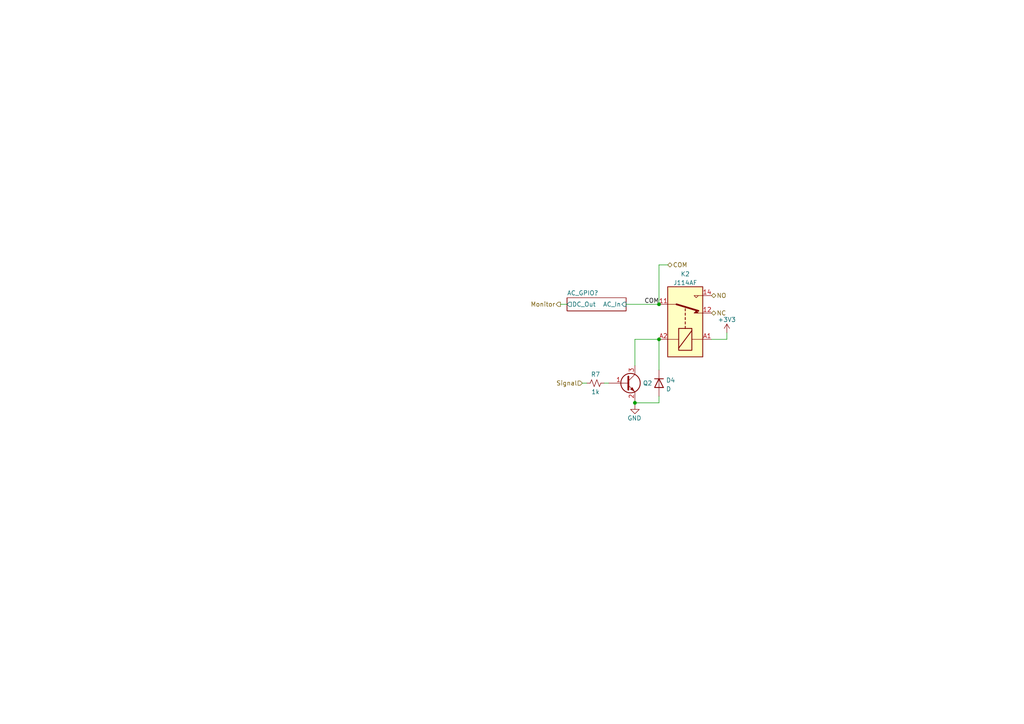
<source format=kicad_sch>
(kicad_sch (version 20211123) (generator eeschema)
  (paper "A4")
  (lib_symbols
    (symbol "Device:D" (pin_numbers hide) (pin_names (offset 1.016) hide)
      (property "Reference" "D" (at 0 2.54 0))
      (property "Value" "D" (at 0 -2.54 0))
      (symbol "D_0_1"
        (polyline (pts (xy -1.27 1.27) (xy -1.27 -1.27)) (stroke (width 0.254)))
        (polyline (pts (xy 1.27 0) (xy -1.27 0)))
        (polyline (pts (xy 1.27 1.27) (xy 1.27 -1.27) (xy -1.27 0) (xy 1.27 1.27)) (stroke (width 0.254)))
      )
      (symbol "D_1_1"
        (pin passive line (at -3.81 0 0) (length 2.54) (name "K") (number "1"))
        (pin passive line (at 3.81 0 180) (length 2.54) (name "A") (number "2"))
      )
    )
    (symbol "Device:R_Small_US" (pin_numbers hide) (pin_names (offset 0.254) hide)
      (property "Reference" "R" (at 0.762 0.508 0))
      (property "Value" "R_Small_US" (at 0.762 -1.016 0))
      (symbol "R_Small_US_1_1"
        (polyline (pts (xy 0 0) (xy 1.016 -0.381) (xy 0 -0.762) (xy -1.016 -1.143) (xy 0 -1.524)))
        (polyline (pts (xy 0 1.524) (xy 1.016 1.143) (xy 0 0.762) (xy -1.016 0.381) (xy 0 0)))
        (pin passive line (at 0 2.54 270) (length 1.016) (name "~") (number "1"))
        (pin passive line (at 0 -2.54 90) (length 1.016) (name "~") (number "2"))
      )
    )
    (symbol "Relay:FINDER-32.21-x000"
      (property "Reference" "K" (at 11.43 3.81 0))
      (property "Value" "FINDER-32.21-x000" (at 11.43 1.27 0))
      (symbol "FINDER-32.21-x000_0_0"
        (polyline (pts (xy 2.54 5.08) (xy 2.54 2.54) (xy 3.175 3.175) (xy 2.54 3.81)) (fill (type outline)))
        (polyline (pts (xy 7.62 5.08) (xy 7.62 2.54) (xy 6.985 3.175) (xy 7.62 3.81)))
      )
      (symbol "FINDER-32.21-x000_0_1"
        (rectangle (start -10.16 5.08) (end 10.16 -5.08) (stroke (width 0.254)) (fill (type background)))
        (rectangle (start -8.255 1.905) (end -1.905 -1.905) (stroke (width 0.254)))
        (polyline (pts (xy -7.62 -1.905) (xy -2.54 1.905)) (stroke (width 0.254)))
        (polyline (pts (xy -5.08 -5.08) (xy -5.08 -1.905)))
        (polyline (pts (xy -5.08 5.08) (xy -5.08 1.905)))
        (polyline (pts (xy -1.905 0) (xy -1.27 0)) (stroke (width 0.254)))
        (polyline (pts (xy -0.635 0) (xy 0 0)) (stroke (width 0.254)))
        (polyline (pts (xy 0.635 0) (xy 1.27 0)) (stroke (width 0.254)))
        (polyline (pts (xy 1.905 0) (xy 2.54 0)) (stroke (width 0.254)))
        (polyline (pts (xy 3.175 0) (xy 3.81 0)) (stroke (width 0.254)))
        (polyline (pts (xy 5.08 -2.54) (xy 3.175 3.81)) (stroke (width 0.508)))
        (polyline (pts (xy 5.08 -2.54) (xy 5.08 -5.08)))
      )
      (symbol "FINDER-32.21-x000_1_1"
        (pin passive line (at 5.08 -7.62 90) (length 2.54) (name "~") (number "11"))
        (pin passive line (at 2.54 7.62 270) (length 2.54) (name "~") (number "12"))
        (pin passive line (at 7.62 7.62 270) (length 2.54) (name "~") (number "14"))
        (pin passive line (at -5.08 7.62 270) (length 2.54) (name "~") (number "A1"))
        (pin passive line (at -5.08 -7.62 90) (length 2.54) (name "~") (number "A2"))
      )
    )
    (symbol "TempControl-rescue:Transistor_BJT_2N3055" (pin_names (offset 0) hide)
      (property "Reference" "Q" (at 5.08 1.905 0))
      (property "Value" "Transistor_BJT_2N3055" (at 5.08 0 0))
      (symbol "Transistor_BJT_2N3055_0_1"
        (polyline (pts (xy 0.635 0.635) (xy 2.54 2.54)))
        (polyline (pts (xy 0.635 -0.635) (xy 2.54 -2.54) (xy 2.54 -2.54)))
        (polyline (pts (xy 0.635 1.905) (xy 0.635 -1.905) (xy 0.635 -1.905)) (stroke (width 0.508)))
        (polyline (pts (xy 1.27 -1.778) (xy 1.778 -1.27) (xy 2.286 -2.286) (xy 1.27 -1.778) (xy 1.27 -1.778)) (fill (type outline)))
        (circle (center 1.27 0) (radius 2.8194) (stroke (width 0.254)))
      )
      (symbol "Transistor_BJT_2N3055_1_1"
        (pin input line (at -5.08 0 0) (length 5.715) (name "B") (number "1"))
        (pin passive line (at 2.54 -5.08 90) (length 2.54) (name "E") (number "2"))
        (pin passive line (at 2.54 5.08 270) (length 2.54) (name "C") (number "3"))
      )
    )
    (symbol "TempControl-rescue:power_+3V3" (power) (pin_names (offset 0))
      (property "Value" "power_+3V3" (at 0 3.556 0))
      (symbol "power_+3V3_0_1"
        (polyline (pts (xy -0.762 1.27) (xy 0 2.54)))
        (polyline (pts (xy 0 0) (xy 0 2.54)))
        (polyline (pts (xy 0 2.54) (xy 0.762 1.27)))
      )
      (symbol "power_+3V3_1_1"
        (pin power_in line (at 0 0 90) (length 0) hide (name "+3V3") (number "1"))
      )
    )
    (symbol "TempControl-rescue:power_GND" (power) (pin_names (offset 0))
      (property "Value" "power_GND" (at 0 -3.81 0))
      (symbol "power_GND_0_1"
        (polyline (pts (xy 0 0) (xy 0 -1.27) (xy 1.27 -1.27) (xy 0 -2.54) (xy -1.27 -1.27) (xy 0 -1.27)))
      )
      (symbol "power_GND_1_1"
        (pin power_in line (at 0 0 270) (length 0) hide (name "GND") (number "1"))
      )
    )
  )
  (junction (at 191.135 88.265))
  (junction (at 184.15 116.84))
  (junction (at 191.135 98.425))
  (wire (pts (xy 184.15 98.425) (xy 184.15 106.045)))
  (wire (pts (xy 175.26 111.125) (xy 176.53 111.125)))
  (wire (pts (xy 210.82 98.425) (xy 206.375 98.425)))
  (wire (pts (xy 162.56 88.265) (xy 164.465 88.265)))
  (wire (pts (xy 184.15 116.84) (xy 184.15 116.205)))
  (wire (pts (xy 210.82 96.52) (xy 210.82 98.425)))
  (wire (pts (xy 191.135 88.265) (xy 191.135 76.835)))
  (wire (pts (xy 181.61 88.265) (xy 191.135 88.265)))
  (wire (pts (xy 191.135 114.935) (xy 191.135 116.84)))
  (wire (pts (xy 191.135 107.315) (xy 191.135 98.425)))
  (wire (pts (xy 168.91 111.125) (xy 170.18 111.125)))
  (wire (pts (xy 191.135 98.425) (xy 184.15 98.425)))
  (wire (pts (xy 184.15 117.475) (xy 184.15 116.84)))
  (wire (pts (xy 191.135 76.835) (xy 193.675 76.835)))
  (wire (pts (xy 191.135 116.84) (xy 184.15 116.84)))
  (label "COM" (at 191.135 88.265 180))
  (hierarchical_label "Signal" (shape input) (at 168.91 111.125 180))
  (hierarchical_label "NO" (shape bidirectional) (at 206.375 85.725 0))
  (hierarchical_label "NC" (shape bidirectional) (at 206.375 90.805 0))
  (hierarchical_label "COM" (shape bidirectional) (at 193.675 76.835 0))
  (hierarchical_label "Monitor" (shape output) (at 162.56 88.265 180))
  (symbol (lib_id "TempControl-rescue:power_GND") (at 184.15 117.475 0) (unit 1)
    (property "Reference" "#PWR026" (effects hide))
    (property "Value" "GND" (at 186.055 121.285 0) (effects (justify right)))
  )
  (symbol (lib_id "Device:D") (at 191.135 111.125 270) (unit 1)
    (property "Reference" "D4" (at 193.167 110.2903 90) (effects (justify left)))
    (property "Value" "D" (at 193.167 112.8272 90) (effects (justify left)))
    (property "Footprint" "Diode_SMD:D_SMA" (effects hide))
    (property "Datasheet" "https://www.smc-diodes.com/propdf/S1A-S1M%20N0560%20REV.B.pdf" (effects hide))
    (property "Manufacturer" "SMC Diode Solutions" (effects hide))
    (property "Part Number Digikey" "1655-S1MCT-ND" (effects hide))
    (property "Part Number Manufacturer" "S1M" (effects hide))
  )
  (symbol (lib_id "Device:R_Small_US") (at 172.72 111.125 90) (unit 1)
    (property "Reference" "R7" (at 172.72 108.585 90))
    (property "Value" "1k" (at 172.72 113.665 90))
    (property "Footprint" "Resistor_SMD:R_0805_2012Metric" (effects hide))
  )
  (symbol (lib_id "TempControl-rescue:power_+3V3") (at 210.82 96.52 0) (mirror y) (unit 1)
    (property "Reference" "#PWR027" (effects hide))
    (property "Value" "+3V3" (at 210.82 92.71 0))
  )
  (symbol (lib_id "Relay:FINDER-32.21-x000") (at 198.755 93.345 270) (mirror x) (unit 1)
    (property "Reference" "K2" (at 198.755 79.4852 90))
    (property "Value" "J114AF" (at 198.755 82.0221 90))
    (property "Footprint" "lib:J114AF1C" (effects hide))
    (property "Datasheet" "https://www.citrelay.com/Catalog%20Pages/RelayCatalog/J114AF.pdf" (effects hide))
    (property "Part Number Digikey" "2449-J114AF1CS3VDC.53-ND" (effects hide))
    (property "Part Number Manufacturer" "J114AF1CS3VDC.53" (effects hide))
    (property "Manufacturer" "CIT Relay and Switch" (effects hide))
  )
  (symbol (lib_id "TempControl-rescue:Transistor_BJT_2N3055") (at 181.61 111.125 0) (unit 1)
    (property "Reference" "Q2" (at 186.436 111.125 0) (effects (justify left)))
    (property "Value" "MMBTA13L?" (effects hide))
    (property "Footprint" "Package_TO_SOT_SMD:SOT-23" (effects hide))
  )
  (sheet (at 164.465 86.36) (size 17.145 3.81) (stroke (width 0.1524))
    (property "Sheet name" "AC_GPIO?" (at 164.465 85.725 0) (effects (justify left bottom)))
    (property "Sheet file" "ac_gpio.kicad_sch" (effects hide))
    (pin "DC_Out" output (at 164.465 88.265 180))
    (pin "AC_In" input (at 181.61 88.265 0))
  )
)
</source>
